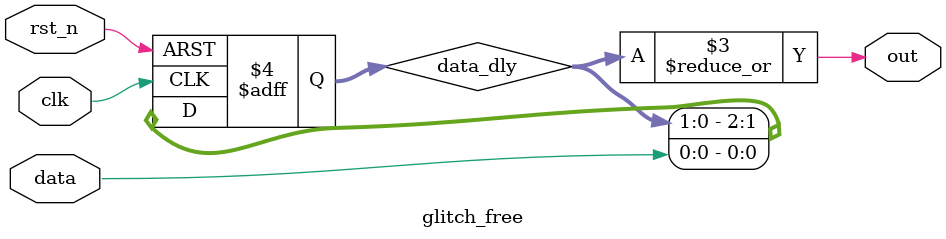
<source format=v>
module glitch_free (  
    input  clk,  
    input  rst_n,
    input  data,	
    output out); 
	
    reg [2:0]data_dly;
	
    always @(negedge clk or negedge rst_n)begin     
        if(!rst_n)begin         
            data_dly <= 'b0;     
        end     
        else begin         
            data_dly <= {data_dly[1:0], data};      
        end 
    end 
	
    assign out = |data_dly; 
endmodule
</source>
